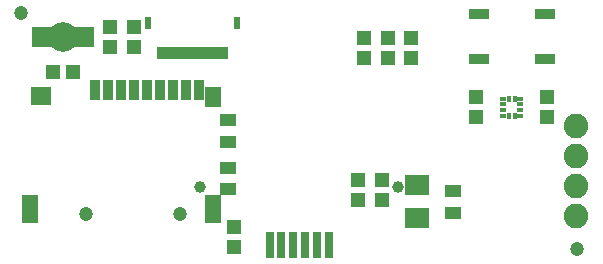
<source format=gbs>
G04 EAGLE Gerber RS-274X export*
G75*
%MOMM*%
%FSLAX34Y34*%
%LPD*%
%INSoldermask Bottom*%
%IPPOS*%
%AMOC8*
5,1,8,0,0,1.08239X$1,22.5*%
G01*
%ADD10C,1.003200*%
%ADD11R,1.403200X1.003200*%
%ADD12R,1.203200X1.303200*%
%ADD13R,2.003200X1.803200*%
%ADD14C,1.203200*%
%ADD15R,1.303200X1.203200*%
%ADD16R,1.703200X1.803200*%
%ADD17C,2.503200*%
%ADD18R,0.503200X1.003200*%
%ADD19R,0.603200X1.003200*%
%ADD20R,0.453200X0.478200*%
%ADD21R,0.478200X0.453200*%
%ADD22R,1.727200X0.965200*%
%ADD23R,0.903200X1.803200*%
%ADD24R,1.403200X2.403200*%
%ADD25R,1.803200X1.603200*%
%ADD26R,1.403200X1.803200*%
%ADD27R,0.803200X2.203200*%
%ADD28C,2.082800*%


D10*
X318850Y63000D03*
X151350Y63000D03*
D11*
X365100Y59000D03*
X365100Y41000D03*
X175100Y119000D03*
X175100Y101000D03*
X175100Y61000D03*
X175100Y79000D03*
D12*
X285100Y68500D03*
X285100Y51500D03*
D13*
X335100Y64000D03*
X335100Y36000D03*
D12*
X305100Y51500D03*
X305100Y68500D03*
X180100Y28500D03*
X180100Y11500D03*
X290100Y171500D03*
X290100Y188500D03*
X330100Y171500D03*
X330100Y188500D03*
X310100Y188500D03*
X310100Y171500D03*
D14*
X100Y210000D03*
X470100Y10000D03*
D12*
X95100Y181500D03*
X95100Y198500D03*
D15*
X43600Y160000D03*
X26600Y160000D03*
D16*
X53100Y190000D03*
X17100Y190000D03*
D17*
X35100Y190000D03*
D12*
X75100Y181500D03*
X75100Y198500D03*
D18*
X117600Y176500D03*
X122600Y176500D03*
D19*
X107600Y201500D03*
X182600Y201500D03*
D18*
X127600Y176500D03*
X132600Y176500D03*
X137600Y176500D03*
X142600Y176500D03*
X147600Y176500D03*
X152600Y176500D03*
X157600Y176500D03*
X162600Y176500D03*
X167600Y176500D03*
X172600Y176500D03*
D20*
X417600Y122500D03*
X412600Y122500D03*
X412600Y137500D03*
X417600Y137500D03*
D21*
X422600Y137500D03*
X422600Y132500D03*
X422600Y122500D03*
X422600Y127500D03*
X407600Y122500D03*
X407600Y127500D03*
X407600Y132500D03*
X407600Y137500D03*
D12*
X445100Y121500D03*
X445100Y138500D03*
X385100Y121500D03*
X385100Y138500D03*
D22*
X387160Y170950D03*
X443040Y170950D03*
X387160Y209050D03*
X443040Y209050D03*
D23*
X84600Y145000D03*
X73600Y145000D03*
X62600Y145000D03*
X95600Y145000D03*
X106600Y145000D03*
X117600Y145000D03*
X128600Y145000D03*
X139600Y145000D03*
X150600Y145000D03*
D14*
X54600Y40000D03*
X134600Y40000D03*
D24*
X7600Y44000D03*
X162600Y44000D03*
D25*
X16600Y140000D03*
D26*
X162600Y139000D03*
D27*
X210100Y13800D03*
X220100Y13800D03*
X230100Y13800D03*
X240100Y13800D03*
X250100Y13800D03*
X260100Y13800D03*
D28*
X469900Y38100D03*
X469900Y63500D03*
X469900Y88900D03*
X469900Y114300D03*
M02*

</source>
